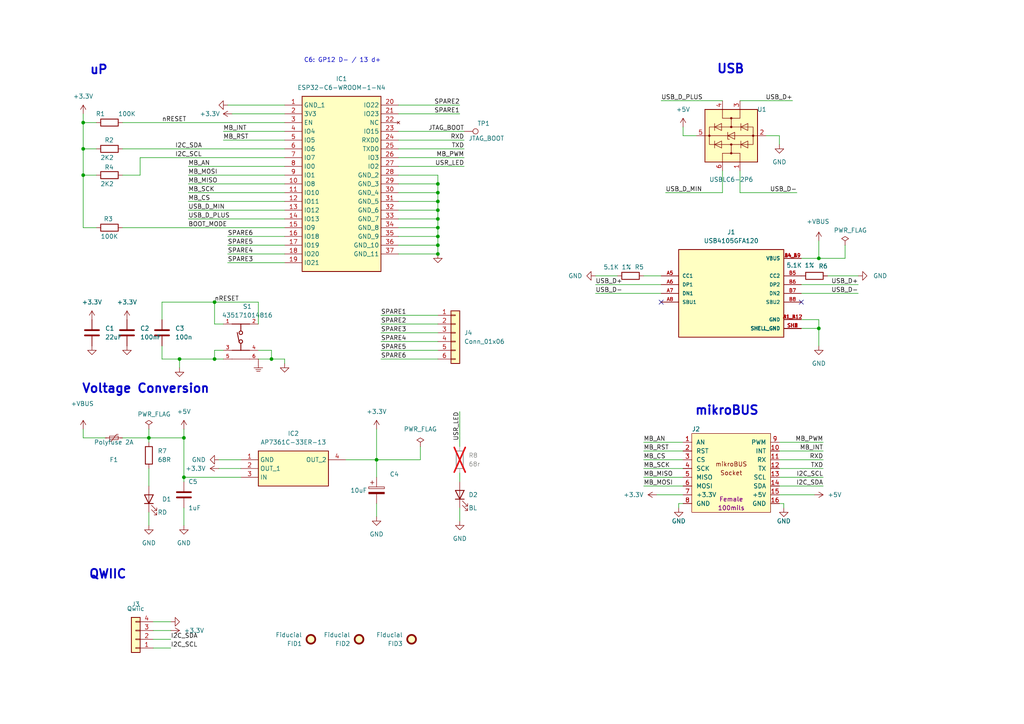
<source format=kicad_sch>
(kicad_sch (version 20231120) (generator "eeschema") (generator_version "8.0")
  (paper "A4")
  (title_block (title "ESP32C6MikroBus") (date "2024-12-08") (rev "v1.0") (company "(C) Tecnova BV"))
  (lib_symbols
    (symbol "+5V_3" (power) (pin_names (offset 0))
      (property "Value" "+5V_3" (at 0 3.556 0))
      (symbol "+5V_3_0_1"
        (polyline (pts (xy -0.762 1.27) (xy 0 2.54)))
        (polyline (pts (xy 0 0) (xy 0 2.54)))
        (polyline (pts (xy 0 2.54) (xy 0.762 1.27)))
      )
      (symbol "+5V_3_1_1"
        (pin power_out line (at 0 0 90) (length 0) hide (name "+5V") (number "1"))
      )
    )
    (symbol "435171014816:435171014816" (pin_names (offset 1.016))
      (property "Reference" "S" (at 0 3.302 0))
      (symbol "435171014816_0_0"
        (circle (center 0 -2.54) (radius 0.508) (stroke (width 0.254)))
        (polyline (pts (xy -2.54 -7.62) (xy 2.54 -7.62)) (stroke (width 0.1524)))
        (polyline (pts (xy -2.54 -5.08) (xy 0 -5.08)) (stroke (width 0.254)))
        (polyline (pts (xy -2.54 2.54) (xy 0 2.54)) (stroke (width 0.254)))
        (polyline (pts (xy -0.47 -2.74) (xy -1.04 0.07)) (stroke (width 0.254)))
        (polyline (pts (xy 0 -5.08) (xy 2.54 -5.08)) (stroke (width 0.254)))
        (polyline (pts (xy 0 -3.175) (xy 0 -5.08)) (stroke (width 0.254)))
        (polyline (pts (xy 0 2.54) (xy 0 0.635)) (stroke (width 0.254)))
        (polyline (pts (xy 0 2.54) (xy 2.54 2.54)) (stroke (width 0.254)))
        (polyline (pts (xy 3.81 -10.16) (xy 5.08 -10.16)) (stroke (width 0.1524)))
        (polyline (pts (xy 4.318 -10.668) (xy 5.842 -10.668)) (stroke (width 0.1524)))
        (polyline (pts (xy 4.572 -11.176) (xy 5.588 -11.176)) (stroke (width 0.1524)))
        (polyline (pts (xy 5.08 -10.16) (xy 6.35 -10.16)) (stroke (width 0.1524)))
        (polyline (pts (xy 5.08 -7.62) (xy 5.08 -10.16)) (stroke (width 0.1524)))
        (circle (center 0 0) (radius 0.508) (stroke (width 0.254)))
        (pin passive line (at -5.08 2.54 0) (length 2.54) (name "~") (number "1"))
        (pin passive line (at 5.08 2.54 180) (length 2.54) (name "~") (number "2"))
        (pin passive line (at -5.08 -5.08 0) (length 2.54) (name "~") (number "3"))
        (pin passive line (at 5.08 -5.08 180) (length 2.54) (name "~") (number "4"))
        (pin passive line (at -5.08 -7.62 0) (length 2.54) (name "~") (number "5"))
        (pin passive line (at 5.08 -7.62 180) (length 2.54) (name "~") (number "6"))
      )
    )
    (symbol "AP7361C-33ER-13:AP7361C-33ER-13"
      (property "Reference" "IC" (at 26.67 7.62 0))
      (property "Value" "AP7361C-33ER-13" (at 26.67 5.08 0))
      (symbol "AP7361C-33ER-13_1_1"
        (rectangle (start 5.08 2.54) (end 25.4 -7.62) (stroke (width 0.254)) (fill (type background)))
        (pin passive line (at 0 0 0) (length 5.08) (name "GND") (number "1"))
        (pin passive line (at 0 -2.54 0) (length 5.08) (name "OUT_1") (number "2"))
        (pin passive line (at 0 -5.08 0) (length 5.08) (name "IN") (number "3"))
        (pin passive line (at 30.48 0 180) (length 5.08) (name "OUT_2") (number "4"))
      )
    )
    (symbol "Connector:TestPoint" (pin_numbers hide) (pin_names (offset 0.762) hide)
      (property "Reference" "TP" (at 0 6.858 0))
      (property "Value" "TestPoint" (at 0 5.08 0))
      (symbol "TestPoint_0_1"
        (circle (center 0 3.302) (radius 0.762))
      )
      (symbol "TestPoint_1_1"
        (pin passive line (at 0 0 90) (length 2.54) (name "1") (number "1"))
      )
    )
    (symbol "Connector_Generic:Conn_01x04" (pin_names (offset 1.016) hide)
      (property "Reference" "J" (at 0 5.08 0))
      (property "Value" "Conn_01x04" (at 0 -7.62 0))
      (symbol "Conn_01x04_1_1"
        (rectangle (start -1.27 -4.953) (end 0 -5.207) (stroke (width 0.1524)))
        (rectangle (start -1.27 -2.413) (end 0 -2.667) (stroke (width 0.1524)))
        (rectangle (start -1.27 0.127) (end 0 -0.127) (stroke (width 0.1524)))
        (rectangle (start -1.27 2.667) (end 0 2.413) (stroke (width 0.1524)))
        (rectangle (start -1.27 3.81) (end 1.27 -6.35) (stroke (width 0.254)) (fill (type background)))
        (pin passive line (at -5.08 2.54 0) (length 3.81) (name "Pin_1") (number "1"))
        (pin passive line (at -5.08 0 0) (length 3.81) (name "Pin_2") (number "2"))
        (pin passive line (at -5.08 -2.54 0) (length 3.81) (name "Pin_3") (number "3"))
        (pin passive line (at -5.08 -5.08 0) (length 3.81) (name "Pin_4") (number "4"))
      )
    )
    (symbol "Connector_Generic:Conn_01x06" (pin_names (offset 1.016) hide)
      (property "Reference" "J" (at 0 7.62 0))
      (property "Value" "Conn_01x06" (at 0 -10.16 0))
      (symbol "Conn_01x06_1_1"
        (rectangle (start -1.27 -7.493) (end 0 -7.747) (stroke (width 0.1524)))
        (rectangle (start -1.27 -4.953) (end 0 -5.207) (stroke (width 0.1524)))
        (rectangle (start -1.27 -2.413) (end 0 -2.667) (stroke (width 0.1524)))
        (rectangle (start -1.27 0.127) (end 0 -0.127) (stroke (width 0.1524)))
        (rectangle (start -1.27 2.667) (end 0 2.413) (stroke (width 0.1524)))
        (rectangle (start -1.27 5.207) (end 0 4.953) (stroke (width 0.1524)))
        (rectangle (start -1.27 6.35) (end 1.27 -8.89) (stroke (width 0.254)) (fill (type background)))
        (pin passive line (at -5.08 5.08 0) (length 3.81) (name "Pin_1") (number "1"))
        (pin passive line (at -5.08 2.54 0) (length 3.81) (name "Pin_2") (number "2"))
        (pin passive line (at -5.08 0 0) (length 3.81) (name "Pin_3") (number "3"))
        (pin passive line (at -5.08 -2.54 0) (length 3.81) (name "Pin_4") (number "4"))
        (pin passive line (at -5.08 -5.08 0) (length 3.81) (name "Pin_5") (number "5"))
        (pin passive line (at -5.08 -7.62 0) (length 3.81) (name "Pin_6") (number "6"))
      )
    )
    (symbol "Device:C" (pin_numbers hide) (pin_names (offset 0.254))
      (property "Reference" "C" (at 0.635 2.54 0))
      (property "Value" "C" (at 0.635 -2.54 0))
      (symbol "C_0_1"
        (polyline (pts (xy -2.032 -0.762) (xy 2.032 -0.762)) (stroke (width 0.508)))
        (polyline (pts (xy -2.032 0.762) (xy 2.032 0.762)) (stroke (width 0.508)))
      )
      (symbol "C_1_1"
        (pin passive line (at 0 3.81 270) (length 2.794) (name "~") (number "1"))
        (pin passive line (at 0 -3.81 90) (length 2.794) (name "~") (number "2"))
      )
    )
    (symbol "Device:C_Polarized" (pin_numbers hide) (pin_names (offset 0.254))
      (property "Reference" "C" (at 0.635 2.54 0))
      (property "Value" "C_Polarized" (at 0.635 -2.54 0))
      (symbol "C_Polarized_0_1"
        (rectangle (start -2.286 0.508) (end 2.286 1.016))
        (polyline (pts (xy -1.778 2.286) (xy -0.762 2.286)))
        (polyline (pts (xy -1.27 2.794) (xy -1.27 1.778)))
        (rectangle (start 2.286 -0.508) (end -2.286 -1.016) (fill (type outline)))
      )
      (symbol "C_Polarized_1_1"
        (pin passive line (at 0 3.81 270) (length 2.794) (name "~") (number "1"))
        (pin passive line (at 0 -3.81 90) (length 2.794) (name "~") (number "2"))
      )
    )
    (symbol "Device:LED" (pin_numbers hide) (pin_names (offset 1.016) hide)
      (property "Reference" "D" (at 0 2.54 0))
      (property "Value" "LED" (at 0 -2.54 0))
      (symbol "LED_0_1"
        (polyline (pts (xy -1.27 -1.27) (xy -1.27 1.27)) (stroke (width 0.254)))
        (polyline (pts (xy -1.27 0) (xy 1.27 0)))
        (polyline (pts (xy 1.27 -1.27) (xy 1.27 1.27) (xy -1.27 0) (xy 1.27 -1.27)) (stroke (width 0.254)))
        (polyline (pts (xy -3.048 -0.762) (xy -4.572 -2.286) (xy -3.81 -2.286) (xy -4.572 -2.286) (xy -4.572 -1.524)))
        (polyline (pts (xy -1.778 -0.762) (xy -3.302 -2.286) (xy -2.54 -2.286) (xy -3.302 -2.286) (xy -3.302 -1.524)))
      )
      (symbol "LED_1_1"
        (pin passive line (at -3.81 0 0) (length 2.54) (name "K") (number "1"))
        (pin passive line (at 3.81 0 180) (length 2.54) (name "A") (number "2"))
      )
    )
    (symbol "Device:Polyfuse_Small" (pin_numbers hide) (pin_names (offset 0))
      (property "Reference" "F" (at -1.905 0 90))
      (property "Value" "Polyfuse_Small" (at 1.905 0 90))
      (symbol "Polyfuse_Small_0_1"
        (rectangle (start -0.508 1.27) (end 0.508 -1.27))
        (polyline (pts (xy 0 2.54) (xy 0 -2.54)))
        (polyline (pts (xy -1.016 1.27) (xy -1.016 0.762) (xy 1.016 -0.762) (xy 1.016 -1.27)))
      )
      (symbol "Polyfuse_Small_1_1"
        (pin passive line (at 0 2.54 270) (length 0.635) (name "~") (number "1"))
        (pin passive line (at 0 -2.54 90) (length 0.635) (name "~") (number "2"))
      )
    )
    (symbol "Device:R" (pin_numbers hide) (pin_names (offset 0))
      (property "Reference" "R" (at 2.032 0 90))
      (property "Value" "R" (at 0 0 90))
      (symbol "R_0_1"
        (rectangle (start -1.016 -2.54) (end 1.016 2.54) (stroke (width 0.254)))
      )
      (symbol "R_1_1"
        (pin passive line (at 0 3.81 270) (length 1.27) (name "~") (number "1"))
        (pin passive line (at 0 -3.81 90) (length 1.27) (name "~") (number "2"))
      )
    )
    (symbol "ESP32C6WROOM:ESP32-C6-WROOM-1-N4"
      (property "Reference" "IC" (at 29.21 7.62 0))
      (property "Value" "ESP32-C6-WROOM-1-N4" (at 29.21 5.08 0))
      (symbol "ESP32-C6-WROOM-1-N4_1_1"
        (rectangle (start 5.08 2.54) (end 27.94 -48.26) (stroke (width 0.254)) (fill (type background)))
        (pin passive line (at 0 0 0) (length 5.08) (name "GND_1") (number "1"))
        (pin passive line (at 0 -22.86 0) (length 5.08) (name "IO8") (number "10"))
        (pin passive line (at 0 -25.4 0) (length 5.08) (name "IO10") (number "11"))
        (pin passive line (at 0 -27.94 0) (length 5.08) (name "IO11") (number "12"))
        (pin passive line (at 0 -30.48 0) (length 5.08) (name "IO12") (number "13"))
        (pin passive line (at 0 -33.02 0) (length 5.08) (name "IO13") (number "14"))
        (pin passive line (at 0 -35.56 0) (length 5.08) (name "IO9") (number "15"))
        (pin passive line (at 0 -38.1 0) (length 5.08) (name "IO18") (number "16"))
        (pin passive line (at 0 -40.64 0) (length 5.08) (name "IO19") (number "17"))
        (pin passive line (at 0 -43.18 0) (length 5.08) (name "IO20") (number "18"))
        (pin passive line (at 0 -45.72 0) (length 5.08) (name "IO21") (number "19"))
        (pin passive line (at 0 -2.54 0) (length 5.08) (name "3V3") (number "2"))
        (pin passive line (at 33.02 0 180) (length 5.08) (name "IO22") (number "20"))
        (pin passive line (at 33.02 -2.54 180) (length 5.08) (name "IO23") (number "21"))
        (pin no_connect line (at 33.02 -5.08 180) (length 5.08) (name "NC") (number "22"))
        (pin passive line (at 33.02 -7.62 180) (length 5.08) (name "IO15") (number "23"))
        (pin passive line (at 33.02 -10.16 180) (length 5.08) (name "RXD0") (number "24"))
        (pin passive line (at 33.02 -12.7 180) (length 5.08) (name "TXD0") (number "25"))
        (pin passive line (at 33.02 -15.24 180) (length 5.08) (name "IO3") (number "26"))
        (pin passive line (at 33.02 -17.78 180) (length 5.08) (name "IO2") (number "27"))
        (pin passive line (at 33.02 -20.32 180) (length 5.08) (name "GND_2") (number "28"))
        (pin passive line (at 33.02 -22.86 180) (length 5.08) (name "GND_3") (number "29"))
        (pin passive line (at 0 -5.08 0) (length 5.08) (name "EN") (number "3"))
        (pin passive line (at 33.02 -25.4 180) (length 5.08) (name "GND_4") (number "30"))
        (pin passive line (at 33.02 -27.94 180) (length 5.08) (name "GND_5") (number "31"))
        (pin passive line (at 33.02 -30.48 180) (length 5.08) (name "GND_6") (number "32"))
        (pin passive line (at 33.02 -33.02 180) (length 5.08) (name "GND_7") (number "33"))
        (pin passive line (at 33.02 -35.56 180) (length 5.08) (name "GND_8") (number "34"))
        (pin passive line (at 33.02 -38.1 180) (length 5.08) (name "GND_9") (number "35"))
        (pin passive line (at 33.02 -40.64 180) (length 5.08) (name "GND_10") (number "36"))
        (pin passive line (at 33.02 -43.18 180) (length 5.08) (name "GND_11") (number "37"))
        (pin passive line (at 0 -7.62 0) (length 5.08) (name "IO4") (number "4"))
        (pin passive line (at 0 -10.16 0) (length 5.08) (name "IO5") (number "5"))
        (pin passive line (at 0 -12.7 0) (length 5.08) (name "IO6") (number "6"))
        (pin passive line (at 0 -15.24 0) (length 5.08) (name "IO7") (number "7"))
        (pin passive line (at 0 -17.78 0) (length 5.08) (name "IO0") (number "8"))
        (pin passive line (at 0 -20.32 0) (length 5.08) (name "IO1") (number "9"))
      )
    )
    (symbol "Mechanical:Fiducial"
      (property "Reference" "FID" (at 0 5.08 0))
      (property "Value" "Fiducial" (at 0 3.175 0))
      (symbol "Fiducial_0_1"
        (circle (center 0 0) (radius 1.27) (stroke (width 0.508)) (fill (type background)))
      )
    )
    (symbol "Power_Protection:USBLC6-2P6" (pin_names hide)
      (property "Reference" "U" (at 2.54 8.89 0))
      (property "Value" "USBLC6-2P6" (at 2.54 -8.89 0))
      (symbol "USBLC6-2P6_0_1"
        (rectangle (start -7.62 -7.62) (end 7.62 7.62) (stroke (width 0.254)) (fill (type background)))
        (circle (center -5.08 0) (radius 0.254) (fill (type outline)))
        (circle (center -2.54 0) (radius 0.254) (fill (type outline)))
        (rectangle (start -2.54 6.35) (end 2.54 -6.35))
        (circle (center 0 -6.35) (radius 0.254) (fill (type outline)))
        (polyline (pts (xy -5.08 -2.54) (xy -7.62 -2.54)))
        (polyline (pts (xy -5.08 0) (xy -5.08 -2.54)))
        (polyline (pts (xy -5.08 2.54) (xy -7.62 2.54)))
        (polyline (pts (xy -1.524 -2.794) (xy -3.556 -2.794)))
        (polyline (pts (xy -1.524 4.826) (xy -3.556 4.826)))
        (polyline (pts (xy 0 -7.62) (xy 0 -6.35)))
        (polyline (pts (xy 0 -6.35) (xy 0 1.27)))
        (polyline (pts (xy 0 1.27) (xy 0 6.35)))
        (polyline (pts (xy 0 6.35) (xy 0 7.62)))
        (polyline (pts (xy 1.524 -2.794) (xy 3.556 -2.794)))
        (polyline (pts (xy 1.524 4.826) (xy 3.556 4.826)))
        (polyline (pts (xy 5.08 -2.54) (xy 7.62 -2.54)))
        (polyline (pts (xy 5.08 0) (xy 5.08 -2.54)))
        (polyline (pts (xy 5.08 2.54) (xy 7.62 2.54)))
        (polyline (pts (xy -2.54 0) (xy -5.08 0) (xy -5.08 2.54)))
        (polyline (pts (xy 2.54 0) (xy 5.08 0) (xy 5.08 2.54)))
        (polyline (pts (xy -3.556 -4.826) (xy -1.524 -4.826) (xy -2.54 -2.794) (xy -3.556 -4.826)))
        (polyline (pts (xy -3.556 2.794) (xy -1.524 2.794) (xy -2.54 4.826) (xy -3.556 2.794)))
        (polyline (pts (xy -1.016 -1.016) (xy 1.016 -1.016) (xy 0 1.016) (xy -1.016 -1.016)))
        (polyline (pts (xy 1.016 1.016) (xy 0.762 1.016) (xy -1.016 1.016) (xy -1.016 0.508)))
        (polyline (pts (xy 3.556 -4.826) (xy 1.524 -4.826) (xy 2.54 -2.794) (xy 3.556 -4.826)))
        (polyline (pts (xy 3.556 2.794) (xy 1.524 2.794) (xy 2.54 4.826) (xy 3.556 2.794)))
        (circle (center 0 6.35) (radius 0.254) (fill (type outline)))
        (circle (center 2.54 0) (radius 0.254) (fill (type outline)))
        (circle (center 5.08 0) (radius 0.254) (fill (type outline)))
      )
      (symbol "USBLC6-2P6_1_1"
        (pin passive line (at -10.16 -2.54 0) (length 2.54) (name "I/O1") (number "1"))
        (pin passive line (at 0 -10.16 90) (length 2.54) (name "GND") (number "2"))
        (pin passive line (at 10.16 -2.54 180) (length 2.54) (name "I/O2") (number "3"))
        (pin passive line (at 10.16 2.54 180) (length 2.54) (name "I/O2") (number "4"))
        (pin passive line (at 0 10.16 270) (length 2.54) (name "VBUS") (number "5"))
        (pin passive line (at -10.16 2.54 0) (length 2.54) (name "I/O1") (number "6"))
      )
    )
    (symbol "USB4105GFA120:USB4105GFA120" (pin_names (offset 1.016))
      (property "Reference" "J" (at -15.24 13.97 0))
      (property "Value" "USB4105GFA120" (at -15.24 -15.24 0))
      (symbol "USB4105GFA120_0_0"
        (rectangle (start -15.24 -12.7) (end 15.24 12.7) (stroke (width 0.254)) (fill (type background)))
        (pin power_in line (at 20.32 -7.62 180) (length 5.08) (name "GND") (number "A1_B12"))
        (pin power_in line (at 20.32 10.16 180) (length 5.08) (name "VBUS") (number "A4_B9"))
        (pin bidirectional line (at -20.32 5.08 0) (length 5.08) (name "CC1") (number "A5"))
        (pin bidirectional line (at -20.32 2.54 0) (length 5.08) (name "DP1") (number "A6"))
        (pin bidirectional line (at -20.32 0 0) (length 5.08) (name "DN1") (number "A7"))
        (pin bidirectional line (at -20.32 -2.54 0) (length 5.08) (name "SBU1") (number "A8"))
        (pin power_in line (at 20.32 -7.62 180) (length 5.08) (name "GND") (number "B1_A12"))
        (pin power_in line (at 20.32 10.16 180) (length 5.08) (name "VBUS") (number "B4_A9"))
        (pin bidirectional line (at 20.32 5.08 180) (length 5.08) (name "CC2") (number "B5"))
        (pin bidirectional line (at 20.32 2.54 180) (length 5.08) (name "DP2") (number "B6"))
        (pin bidirectional line (at 20.32 0 180) (length 5.08) (name "DN2") (number "B7"))
        (pin bidirectional line (at 20.32 -2.54 180) (length 5.08) (name "SBU2") (number "B8"))
        (pin power_in line (at 20.32 -10.16 180) (length 5.08) (name "SHELL_GND") (number "SH1"))
        (pin power_in line (at 20.32 -10.16 180) (length 5.08) (name "SHELL_GND") (number "SH2"))
        (pin power_in line (at 20.32 -10.16 180) (length 5.08) (name "SHELL_GND") (number "SH3"))
        (pin power_in line (at 20.32 -10.16 180) (length 5.08) (name "SHELL_GND") (number "SH4"))
      )
    )
    (symbol "connaxio-connectors:CON_HDR_MIKROBUS_SOCKET_TH" (pin_names (offset 1.27))
      (property "Reference" "J2" (at 0 1.27 0))
      (property "Property" "100mils" (at 11.43 -21.59 0))
      (property "Note" "Female" (at 11.43 -19.05 0))
      (symbol "CON_HDR_MIKROBUS_SOCKET_TH_0_0"
        (text "mikroBUS" (at 11.43 -8.89 0) (effects (font (size 1.27 1.27))))
        (text "Socket" (at 11.43 -11.43 0) (effects (font (size 1.27 1.27))))
      )
      (symbol "CON_HDR_MIKROBUS_SOCKET_TH_0_1"
        (rectangle (start 0 0) (end 22.86 -22.86) (fill (type background)))
      )
      (symbol "CON_HDR_MIKROBUS_SOCKET_TH_1_1"
        (pin passive line (at -2.54 -2.54 0) (length 2.54) (name "AN") (number "1"))
        (pin passive line (at 25.4 -5.08 180) (length 2.54) (name "INT") (number "10"))
        (pin passive line (at 25.4 -7.62 180) (length 2.54) (name "RX") (number "11"))
        (pin passive line (at 25.4 -10.16 180) (length 2.54) (name "TX") (number "12"))
        (pin passive line (at 25.4 -12.7 180) (length 2.54) (name "SCL") (number "13"))
        (pin passive line (at 25.4 -15.24 180) (length 2.54) (name "SDA") (number "14"))
        (pin power_in line (at 25.4 -17.78 180) (length 2.54) (name "+5V") (number "15"))
        (pin passive line (at 25.4 -20.32 180) (length 2.54) (name "GND") (number "16"))
        (pin passive line (at -2.54 -5.08 0) (length 2.54) (name "RST") (number "2"))
        (pin passive line (at -2.54 -7.62 0) (length 2.54) (name "CS") (number "3"))
        (pin passive line (at -2.54 -10.16 0) (length 2.54) (name "SCK") (number "4"))
        (pin passive line (at -2.54 -12.7 0) (length 2.54) (name "MISO") (number "5"))
        (pin passive line (at -2.54 -15.24 0) (length 2.54) (name "MOSI") (number "6"))
        (pin power_in line (at -2.54 -17.78 0) (length 2.54) (name "+3.3V") (number "7"))
        (pin passive line (at -2.54 -20.32 0) (length 2.54) (name "GND") (number "8"))
        (pin passive line (at 25.4 -2.54 180) (length 2.54) (name "PWM") (number "9"))
      )
    )
    (symbol "power:+3.3V" (power) (pin_names (offset 0))
      (property "Value" "+3.3V" (at 0 3.556 0))
      (symbol "+3.3V_0_1"
        (polyline (pts (xy -0.762 1.27) (xy 0 2.54)))
        (polyline (pts (xy 0 0) (xy 0 2.54)))
        (polyline (pts (xy 0 2.54) (xy 0.762 1.27)))
      )
      (symbol "+3.3V_1_1"
        (pin power_in line (at 0 0 90) (length 0) hide (name "+3.3V") (number "1"))
      )
    )
    (symbol "power:+5V" (power) (pin_numbers hide) (pin_names (offset 0) hide)
      (property "Value" "+5V" (at 0 3.556 0))
      (symbol "+5V_0_1"
        (polyline (pts (xy -0.762 1.27) (xy 0 2.54)))
        (polyline (pts (xy 0 0) (xy 0 2.54)))
        (polyline (pts (xy 0 2.54) (xy 0.762 1.27)))
      )
      (symbol "+5V_1_1"
        (pin power_in line (at 0 0 90) (length 0) (name "~") (number "1"))
      )
    )
    (symbol "power:GND" (power) (pin_names (offset 0))
      (property "Value" "GND" (at 0 -3.81 0))
      (symbol "GND_0_1"
        (polyline (pts (xy 0 0) (xy 0 -1.27) (xy 1.27 -1.27) (xy 0 -2.54) (xy -1.27 -1.27) (xy 0 -1.27)))
      )
      (symbol "GND_1_1"
        (pin power_in line (at 0 0 270) (length 0) hide (name "GND") (number "1"))
      )
    )
    (symbol "power:PWR_FLAG" (power) (pin_numbers hide) (pin_names (offset 0) hide)
      (property "Value" "PWR_FLAG" (at 0 3.81 0))
      (symbol "PWR_FLAG_0_0"
        (pin power_out line (at 0 0 90) (length 0) (name "pwr") (number "1"))
      )
      (symbol "PWR_FLAG_0_1"
        (polyline (pts (xy 0 0) (xy 0 1.27) (xy -1.016 1.905) (xy 0 2.54) (xy 1.016 1.905) (xy 0 1.27)))
      )
    )
  )
  (junction (at 127 66.04))
  (junction (at 127 73.66))
  (junction (at 78.74 104.14))
  (junction (at 127 55.88))
  (junction (at 24.13 50.8))
  (junction (at 52.07 104.14))
  (junction (at 127 53.34))
  (junction (at 127 68.58))
  (junction (at 62.23 87.63))
  (junction (at 237.49 95.25))
  (junction (at 62.23 104.14))
  (junction (at 43.18 127))
  (junction (at 53.34 127))
  (junction (at 109.22 133.35))
  (junction (at 24.13 43.18))
  (junction (at 127 63.5))
  (junction (at 127 58.42))
  (junction (at 24.13 35.56))
  (junction (at 237.49 74.93))
  (junction (at 53.34 138.43))
  (junction (at 127 60.96))
  (junction (at 127 71.12))
  (no_connect (at 191.77 87.63))
  (no_connect (at 232.41 87.63))
  (wire (pts (xy 222.25 39.37) (xy 226.06 39.37)))
  (wire (pts (xy 24.13 35.56) (xy 24.13 43.18)))
  (wire (pts (xy 78.74 104.14) (xy 74.93 104.14)))
  (wire (pts (xy 127 66.04) (xy 127 68.58)))
  (wire (pts (xy 133.35 147.32) (xy 133.35 151.13)))
  (wire (pts (xy 115.57 45.72) (xy 134.62 45.72)))
  (wire (pts (xy 69.85 138.43) (xy 53.34 138.43)))
  (wire (pts (xy 40.64 45.72) (xy 82.55 45.72)))
  (wire (pts (xy 245.11 74.93) (xy 237.49 74.93)))
  (wire (pts (xy 232.41 92.71) (xy 237.49 92.71)))
  (wire (pts (xy 43.18 124.46) (xy 43.18 127)))
  (wire (pts (xy 115.57 55.88) (xy 127 55.88)))
  (wire (pts (xy 82.55 104.14) (xy 82.55 105.41)))
  (wire (pts (xy 115.57 33.02) (xy 133.35 33.02)))
  (wire (pts (xy 62.23 104.14) (xy 64.77 104.14)))
  (wire (pts (xy 226.06 146.05) (xy 227.33 146.05)))
  (wire (pts (xy 54.61 50.8) (xy 82.55 50.8)))
  (wire (pts (xy 227.33 146.05) (xy 227.33 147.32)))
  (wire (pts (xy 115.57 30.48) (xy 133.35 30.48)))
  (wire (pts (xy 52.07 104.14) (xy 52.07 106.68)))
  (wire (pts (xy 186.69 140.97) (xy 198.12 140.97)))
  (wire (pts (xy 226.06 140.97) (xy 238.76 140.97)))
  (wire (pts (xy 110.49 91.44) (xy 127 91.44)))
  (wire (pts (xy 226.06 135.89) (xy 238.76 135.89)))
  (wire (pts (xy 115.57 71.12) (xy 127 71.12)))
  (wire (pts (xy 186.69 128.27) (xy 198.12 128.27)))
  (wire (pts (xy 115.57 50.8) (xy 127 50.8)))
  (wire (pts (xy 109.22 146.05) (xy 109.22 149.86)))
  (wire (pts (xy 127 60.96) (xy 127 63.5)))
  (wire (pts (xy 110.49 96.52) (xy 127 96.52)))
  (wire (pts (xy 67.31 33.02) (xy 82.55 33.02)))
  (wire (pts (xy 54.61 53.34) (xy 82.55 53.34)))
  (wire (pts (xy 186.69 130.81) (xy 198.12 130.81)))
  (wire (pts (xy 52.07 104.14) (xy 62.23 104.14)))
  (wire (pts (xy 196.85 147.32) (xy 196.85 146.05)))
  (wire (pts (xy 27.94 50.8) (xy 24.13 50.8)))
  (wire (pts (xy 64.77 40.64) (xy 82.55 40.64)))
  (wire (pts (xy 226.06 133.35) (xy 238.76 133.35)))
  (wire (pts (xy 110.49 99.06) (xy 127 99.06)))
  (wire (pts (xy 27.94 35.56) (xy 24.13 35.56)))
  (wire (pts (xy 43.18 127) (xy 53.34 127)))
  (wire (pts (xy 62.23 87.63) (xy 62.23 93.98)))
  (wire (pts (xy 186.69 138.43) (xy 198.12 138.43)))
  (wire (pts (xy 35.56 43.18) (xy 82.55 43.18)))
  (wire (pts (xy 191.77 29.21) (xy 209.55 29.21)))
  (wire (pts (xy 190.5 143.51) (xy 198.12 143.51)))
  (wire (pts (xy 133.35 119.38) (xy 133.35 129.54)))
  (wire (pts (xy 66.04 68.58) (xy 82.55 68.58)))
  (wire (pts (xy 78.74 101.6) (xy 74.93 101.6)))
  (wire (pts (xy 232.41 85.09) (xy 248.92 85.09)))
  (wire (pts (xy 66.04 73.66) (xy 82.55 73.66)))
  (wire (pts (xy 63.5 135.89) (xy 69.85 135.89)))
  (wire (pts (xy 35.56 66.04) (xy 82.55 66.04)))
  (wire (pts (xy 53.34 127) (xy 53.34 138.43)))
  (wire (pts (xy 232.41 95.25) (xy 237.49 95.25)))
  (wire (pts (xy 109.22 124.46) (xy 109.22 133.35)))
  (wire (pts (xy 46.99 92.71) (xy 46.99 87.63)))
  (wire (pts (xy 115.57 40.64) (xy 134.62 40.64)))
  (wire (pts (xy 214.63 55.88) (xy 214.63 49.53)))
  (wire (pts (xy 127 63.5) (xy 127 66.04)))
  (wire (pts (xy 43.18 135.89) (xy 43.18 140.97)))
  (wire (pts (xy 109.22 133.35) (xy 109.22 138.43)))
  (wire (pts (xy 35.56 127) (xy 43.18 127)))
  (wire (pts (xy 115.57 43.18) (xy 134.62 43.18)))
  (wire (pts (xy 43.18 148.59) (xy 43.18 152.4)))
  (wire (pts (xy 54.61 58.42) (xy 82.55 58.42)))
  (wire (pts (xy 237.49 74.93) (xy 237.49 69.85)))
  (wire (pts (xy 53.34 138.43) (xy 53.34 139.7)))
  (wire (pts (xy 78.74 101.6) (xy 78.74 104.14)))
  (wire (pts (xy 226.06 138.43) (xy 238.76 138.43)))
  (wire (pts (xy 62.23 101.6) (xy 64.77 101.6)))
  (wire (pts (xy 54.61 55.88) (xy 82.55 55.88)))
  (wire (pts (xy 226.06 128.27) (xy 238.76 128.27)))
  (wire (pts (xy 245.11 71.12) (xy 245.11 74.93)))
  (wire (pts (xy 214.63 29.21) (xy 229.87 29.21)))
  (wire (pts (xy 237.49 95.25) (xy 237.49 100.33)))
  (wire (pts (xy 44.45 185.42) (xy 49.53 185.42)))
  (wire (pts (xy 46.99 100.33) (xy 46.99 104.14)))
  (wire (pts (xy 172.72 85.09) (xy 191.77 85.09)))
  (wire (pts (xy 115.57 73.66) (xy 127 73.66)))
  (wire (pts (xy 127 50.8) (xy 127 53.34)))
  (wire (pts (xy 53.34 124.46) (xy 53.34 127)))
  (wire (pts (xy 66.04 30.48) (xy 82.55 30.48)))
  (wire (pts (xy 133.35 137.16) (xy 133.35 139.7)))
  (wire (pts (xy 66.04 76.2) (xy 82.55 76.2)))
  (wire (pts (xy 110.49 101.6) (xy 127 101.6)))
  (wire (pts (xy 74.93 93.98) (xy 74.93 87.63)))
  (wire (pts (xy 121.92 129.54) (xy 121.92 133.35)))
  (wire (pts (xy 24.13 127) (xy 24.13 124.46)))
  (wire (pts (xy 127 55.88) (xy 127 58.42)))
  (wire (pts (xy 24.13 33.02) (xy 24.13 35.56)))
  (wire (pts (xy 54.61 60.96) (xy 82.55 60.96)))
  (wire (pts (xy 110.49 93.98) (xy 127 93.98)))
  (wire (pts (xy 46.99 104.14) (xy 52.07 104.14)))
  (wire (pts (xy 226.06 130.81) (xy 238.76 130.81)))
  (wire (pts (xy 127 68.58) (xy 127 71.12)))
  (wire (pts (xy 115.57 38.1) (xy 134.62 38.1)))
  (wire (pts (xy 44.45 187.96) (xy 49.53 187.96)))
  (wire (pts (xy 53.34 147.32) (xy 53.34 152.4)))
  (wire (pts (xy 193.04 55.88) (xy 209.55 55.88)))
  (wire (pts (xy 115.57 53.34) (xy 127 53.34)))
  (wire (pts (xy 74.93 87.63) (xy 62.23 87.63)))
  (wire (pts (xy 237.49 92.71) (xy 237.49 95.25)))
  (wire (pts (xy 186.69 135.89) (xy 198.12 135.89)))
  (wire (pts (xy 115.57 48.26) (xy 134.62 48.26)))
  (wire (pts (xy 24.13 50.8) (xy 24.13 66.04)))
  (wire (pts (xy 115.57 68.58) (xy 127 68.58)))
  (wire (pts (xy 172.72 82.55) (xy 191.77 82.55)))
  (wire (pts (xy 231.14 55.88) (xy 214.63 55.88)))
  (wire (pts (xy 43.18 127) (xy 43.18 128.27)))
  (wire (pts (xy 24.13 43.18) (xy 24.13 50.8)))
  (wire (pts (xy 248.92 80.01) (xy 240.03 80.01)))
  (wire (pts (xy 198.12 36.83) (xy 198.12 39.37)))
  (wire (pts (xy 30.48 127) (xy 24.13 127)))
  (wire (pts (xy 127 53.34) (xy 127 55.88)))
  (wire (pts (xy 54.61 48.26) (xy 82.55 48.26)))
  (wire (pts (xy 44.45 182.88) (xy 49.53 182.88)))
  (wire (pts (xy 46.99 87.63) (xy 62.23 87.63)))
  (wire (pts (xy 64.77 38.1) (xy 82.55 38.1)))
  (wire (pts (xy 115.57 63.5) (xy 127 63.5)))
  (wire (pts (xy 40.64 45.72) (xy 40.64 50.8)))
  (wire (pts (xy 209.55 49.53) (xy 209.55 55.88)))
  (wire (pts (xy 78.74 104.14) (xy 82.55 104.14)))
  (wire (pts (xy 24.13 66.04) (xy 27.94 66.04)))
  (wire (pts (xy 226.06 39.37) (xy 226.06 41.91)))
  (wire (pts (xy 62.23 93.98) (xy 64.77 93.98)))
  (wire (pts (xy 27.94 43.18) (xy 24.13 43.18)))
  (wire (pts (xy 232.41 82.55) (xy 248.92 82.55)))
  (wire (pts (xy 115.57 66.04) (xy 127 66.04)))
  (wire (pts (xy 63.5 133.35) (xy 69.85 133.35)))
  (wire (pts (xy 196.85 146.05) (xy 198.12 146.05)))
  (wire (pts (xy 127 58.42) (xy 127 60.96)))
  (wire (pts (xy 62.23 101.6) (xy 62.23 104.14)))
  (wire (pts (xy 186.69 133.35) (xy 198.12 133.35)))
  (wire (pts (xy 115.57 58.42) (xy 127 58.42)))
  (wire (pts (xy 127 71.12) (xy 127 73.66)))
  (wire (pts (xy 40.64 50.8) (xy 35.56 50.8)))
  (wire (pts (xy 44.45 180.34) (xy 49.53 180.34)))
  (wire (pts (xy 100.33 133.35) (xy 109.22 133.35)))
  (wire (pts (xy 232.41 74.93) (xy 237.49 74.93)))
  (wire (pts (xy 172.72 80.01) (xy 179.07 80.01)))
  (wire (pts (xy 54.61 63.5) (xy 82.55 63.5)))
  (wire (pts (xy 115.57 60.96) (xy 127 60.96)))
  (wire (pts (xy 198.12 39.37) (xy 201.93 39.37)))
  (wire (pts (xy 226.06 143.51) (xy 236.22 143.51)))
  (wire (pts (xy 35.56 35.56) (xy 82.55 35.56)))
  (wire (pts (xy 109.22 133.35) (xy 121.92 133.35)))
  (wire (pts (xy 110.49 104.14) (xy 127 104.14)))
  (wire (pts (xy 66.04 71.12) (xy 82.55 71.12)))
  (wire (pts (xy 186.69 80.01) (xy 191.77 80.01)))
  (text "uP" (at 25.908 21.844 0) (effects (font (size 2.54 2.54) (thickness 0.508) (bold yes)) (justify left bottom)))
  (text "mikroBUS" (at 201.422 120.65 0) (effects (font (size 2.54 2.54) (thickness 0.508) (bold yes)) (justify left bottom)))
  (text "QWIIC" (at 25.654 168.148 0) (effects (font (size 2.54 2.54) (thickness 0.508) (bold yes)) (justify left bottom)))
  (text "Voltage Conversion" (at 23.622 114.3 0) (effects (font (size 2.54 2.54) (thickness 0.508) (bold yes)) (justify left bottom)))
  (text "mtms (IO4)/mtdi(IO5) zijn strapping pins en bepalen jtag mode (n/a)\n\n" (at 71.374 -8.636 0) (effects (font (size 1.27 1.27)) (justify left bottom)))
  (text "USB\n" (at 207.772 21.59 0) (effects (font (size 2.54 2.54) (thickness 0.508) (bold yes)) (justify left bottom)))
  (text "gpio9 laag trekken is USB boot\n" (at 71.12 -14.478 0) (effects (font (size 1.27 1.27)) (justify left bottom)))
  (text "C6: GP12 D- / 13 d+" (at 88.138 18.288 0) (effects (font (size 1.27 1.27)) (justify left bottom)))
  (label "SPARE5" (at 110.49 101.6 0))
  (label "JTAG_BOOT" (at 134.62 38.1 180))
  (label "SPARE4" (at 66.04 73.66 0))
  (label "SPARE3" (at 66.04 76.2 0))
  (label "I2C_SCL" (at 50.8 45.72 0))
  (label "I2C_SDA" (at 49.53 185.42 0))
  (label "SPARE6" (at 66.04 68.58 0))
  (label "TXD" (at 134.62 43.18 180))
  (label "RXD" (at 238.76 133.35 180))
  (label "nRESET" (at 46.99 35.56 0))
  (label "USB_D+" (at 172.72 82.55 0))
  (label "USB_D_MIN" (at 193.04 55.88 0))
  (label "SPARE6" (at 110.49 104.14 0))
  (label "I2C_SDA" (at 50.8 43.18 0))
  (label "MB_INT" (at 64.77 38.1 0))
  (label "MB_AN" (at 186.69 128.27 0))
  (label "USB_D+" (at 229.87 29.21 180))
  (label "MB_PWM" (at 134.62 45.72 180))
  (label "USB_D_PLUS" (at 54.61 63.5 0))
  (label "USB_D_MIN" (at 54.61 60.96 0))
  (label "SPARE1" (at 110.49 91.44 0))
  (label "USR_LED" (at 134.62 48.26 180))
  (label "SPARE3" (at 110.49 96.52 0))
  (label "MB_PWM" (at 238.76 128.27 180))
  (label "SPARE2" (at 110.49 93.98 0))
  (label "SPARE4" (at 110.49 99.06 0))
  (label "MB_INT" (at 238.76 130.81 180))
  (label "MB_RST" (at 64.77 40.64 0))
  (label "USB_D-" (at 248.92 85.09 180))
  (label "USB_D_PLUS" (at 191.77 29.21 0))
  (label "I2C_SCL" (at 238.76 138.43 180))
  (label "nRESET" (at 62.23 87.63 0))
  (label "USR_LED" (at 133.35 119.38 270))
  (label "MB_RST" (at 186.69 130.81 0))
  (label "MB_MISO" (at 54.61 53.34 0))
  (label "RXD" (at 134.62 40.64 180))
  (label "I2C_SDA" (at 238.76 140.97 180))
  (label "MB_MOSI" (at 186.69 140.97 0))
  (label "USB_D+" (at 248.92 82.55 180))
  (label "USB_D-" (at 172.72 85.09 0))
  (label "SPARE5" (at 66.04 71.12 0))
  (label "MB_MISO" (at 186.69 138.43 0))
  (label "MB_MOSI" (at 54.61 50.8 0))
  (label "MB_AN" (at 54.61 48.26 0))
  (label "SPARE2" (at 133.35 30.48 180))
  (label "BOOT_MODE" (at 54.61 66.04 0))
  (label "MB_CS" (at 54.61 58.42 0))
  (label "MB_SCK" (at 186.69 135.89 0))
  (label "I2C_SCL" (at 49.53 187.96 0))
  (label "MB_SCK" (at 54.61 55.88 0))
  (label "TXD" (at 238.76 135.89 180))
  (label "MB_CS" (at 186.69 133.35 0))
  (label "USB_D-" (at 231.14 55.88 180))
  (label "SPARE1" (at 133.35 33.02 180))
  (symbol (lib_id "power:GND") (at 49.53 180.34 90) (unit 1)
    (property "Reference" "#PWR032" (effects (hide yes)))
    (property "Value" "GND" (effects (hide yes)))
  )
  (symbol (lib_id "power:GND") (at 226.06 41.91 0) (unit 1)
    (property "Reference" "#PWR06" (effects (hide yes)))
    (property "Value" "GND" (at 226.06 46.99 0))
  )
  (symbol (lib_id "power:GND") (at 43.18 152.4 0) (unit 1)
    (property "Reference" "#PWR025" (effects (hide yes)))
    (property "Value" "GND" (at 43.18 157.48 0))
  )
  (symbol (lib_id "power:GND") (at 63.5 133.35 270) (unit 1)
    (property "Reference" "#PWR022" (effects (hide yes)))
    (property "Value" "GND" (at 59.69 133.3499 90) (effects (justify right)))
  )
  (symbol (lib_id "power:GND") (at 196.85 147.32 0) (unit 1)
    (property "Reference" "#PWR030" (effects (hide yes)))
    (property "Value" "GND" (at 196.85 151.13 0))
  )
  (symbol (lib_id "Device:Polyfuse_Small") (at 33.02 127 270) (unit 1)
    (property "Reference" "F1" (at 33.02 133.35 90))
    (property "Value" "Polyfuse 2A" (at 33.02 128.27 90))
    (property "Footprint" "0ZCJ0100FF2E:FUSC3216X100N" (effects (hide yes)))
  )
  (symbol (lib_id "power:GND") (at 237.49 100.33 0) (unit 1)
    (property "Reference" "#PWR016" (effects (hide yes)))
    (property "Value" "GND" (at 237.49 105.41 0))
  )
  (symbol (lib_id "ESP32C6WROOM:ESP32-C6-WROOM-1-N4") (at 82.55 30.48 0) (unit 1)
    (property "Reference" "IC1" (at 99.06 22.86 0))
    (property "Value" "ESP32-C6-WROOM-1-N4" (at 99.06 25.4 0))
    (property "Footprint" "ESP32C6WROOM:ESP32C6WROOM1N4" (effects (hide yes)))
    (property "Datasheet" "https://www.espressif.com/sites/default/files/documentation/esp32-c6-wroom-1_wroom-1u_datasheet_en.pdf" (effects (hide yes)))
    (property "Description" "802.15.4, Bluetooth, WiFi Bluetooth v5.0, Zigbee Transceiver Module 2.4GHz PCB Trace Surface Mount" (effects (hide yes)))
    (property "Height" "3.25" (effects (hide yes)))
    (property "Mouser Part Number" "356-ESP32C6WROOM1N4" (effects (hide yes)))
    (property "Mouser Price/Stock" "https://www.mouser.co.uk/ProductDetail/Espressif-Systems/ESP32-C6-WROOM-1-N4?qs=8Wlm6%252BaMh8R1JRAtXlt87w%3D%3D" (effects (hide yes)))
    (property "Manufacturer_Name" "Espressif Systems" (effects (hide yes)))
    (property "Manufacturer_Part_Number" "ESP32-C6-WROOM-1-N4" (effects (hide yes)))
  )
  (symbol (lib_id "power:GND") (at 172.72 80.01 270) (unit 1)
    (property "Reference" "#PWR09" (effects (hide yes)))
    (property "Value" "GND" (at 168.91 80.0099 90) (effects (justify right)))
  )
  (symbol (lib_id "Device:C_Polarized") (at 109.22 142.24 0) (unit 1)
    (property "Reference" "C4" (at 113.03 137.541 0) (effects (justify left)))
    (property "Value" "10uF" (at 101.6 142.24 0) (effects (justify left)))
    (property "Footprint" "Capacitor_SMD:C_0603_1608Metric" (effects (hide yes)))
  )
  (symbol (lib_id "USB4105GFA120:USB4105GFA120") (at 212.09 85.09 0) (unit 1)
    (property "Reference" "J1" (at 212.09 67.31 0))
    (property "Value" "USB4105GFA120" (at 212.09 69.85 0))
    (property "Footprint" "USB4105GFA120:GCT_USB4105GFA120" (effects (hide yes)))
    (property "MF" "Global Connector Technology" (effects (hide yes)))
    (property "MAXIMUM_PACKAGE_HEIGHT" "3.31mm" (effects (hide yes)))
    (property "Package" "None" (effects (hide yes)))
    (property "Price" "None" (effects (hide yes)))
    (property "Check_prices" "https://www.snapeda.com/parts/USB4105GFA120/Global+Connector+Technology/view-part/?ref=eda" (effects (hide yes)))
    (property "STANDARD" "Manufacturer Recommendations" (effects (hide yes)))
    (property "PARTREV" "B3" (effects (hide yes)))
    (property "SnapEDA_Link" "https://www.snapeda.com/parts/USB4105GFA120/Global+Connector+Technology/view-part/?ref=snap" (effects (hide yes)))
    (property "MP" "USB4105GFA120" (effects (hide yes)))
    (property "Description_1" "\nUSB CONN, 2.0 TYPE C, RCPT, 16POS, SMT; USB Connector Type:USB Type C; USB Standard:USB 2.0; Gender:Receptacle; No. of Positions:16Positions; Connector Mounting:Surface Mount, Through Hole Mount; Orientation:Right Angle RoHS Compliant: Yes\n" (effects (hide yes)))
    (property "Availability" "Not in stock" (effects (hide yes)))
    (property "MANUFACTURER" "Global Connector Technology" (effects (hide yes)))
  )
  (symbol (lib_id "power:+3.3V") (at 190.5 143.51 90) (unit 1)
    (property "Reference" "#PWR028" (effects (hide yes)))
    (property "Value" "+3.3V" (at 186.69 143.5099 90) (effects (justify left)))
  )
  (symbol (lib_id "Device:LED") (at 43.18 144.78 90) (unit 1)
    (property "Reference" "D1" (at 46.99 144.78 90) (effects (justify right)))
    (property "Value" "RD" (at 45.72 148.59 90) (effects (justify right)))
    (property "Footprint" "LED_SMD:LED_0805_2012Metric" (effects (hide yes)))
  )
  (symbol (lib_id "power:+3.3V") (at 67.31 33.02 90) (unit 1)
    (property "Reference" "#PWR04" (effects (hide yes)))
    (property "Value" "+3.3V" (at 57.912 33.02 90) (effects (justify right)))
  )
  (symbol (lib_id "power:+3.3V") (at 49.53 182.88 270) (unit 1)
    (property "Reference" "#PWR033" (effects (hide yes)))
    (property "Value" "+3.3V" (at 53.34 182.88 90) (effects (justify left)))
  )
  (symbol (lib_id "Device:C") (at 26.67 96.52 0) (unit 1)
    (property "Reference" "C1" (at 30.48 95.25 0) (effects (justify left)))
    (property "Value" "22uF" (at 30.48 97.79 0) (effects (justify left)))
    (property "Footprint" "Capacitor_SMD:C_0603_1608Metric" (effects (hide yes)))
  )
  (symbol (lib_id "435171014816:435171014816") (at 69.85 96.52 0) (unit 1)
    (property "Reference" "S1" (at 71.7296 88.9 0))
    (property "Value" "435171014816" (at 71.7296 91.44 0))
    (property "Footprint" "435171014816:435171014816" (effects (hide yes)))
    (property "MF" "Würth Elektronik" (effects (hide yes)))
    (property "Description_1" "\n                        \n                            Tactile Switch SPST-NO Top Actuated Surface Mount\n                        \n" (effects (hide yes)))
    (property "Package" "None" (effects (hide yes)))
    (property "Price" "None" (effects (hide yes)))
    (property "VALUE" "435171014816" (effects (hide yes)))
    (property "HEIGHT" "1.4mm" (effects (hide yes)))
    (property "SnapEDA_Link" "https://www.snapeda.com/parts/435171014816/W%25C3%25BCrth+Elektronik+Midcom/view-part/?ref=snap" (effects (hide yes)))
    (property "DATASHEET-URL" "https://www.we-online.com/redexpert/spec/435171014816 ?ae" (effects (hide yes)))
    (property "MP" "435171014816" (effects (hide yes)))
    (property "PART-NUMBER" "435171014816" (effects (hide yes)))
    (property "OPERATION-FORCE" "160g" (effects (hide yes)))
    (property "QTY" "9500" (effects (hide yes)))
    (property "Availability" "In Stock" (effects (hide yes)))
    (property "Check_prices" "https://www.snapeda.com/parts/435171014816/W%25C3%25BCrth+Elektronik+Midcom/view-part/?ref=eda" (effects (hide yes)))
  )
  (symbol (lib_id "Device:R") (at 31.75 66.04 90) (unit 1)
    (property "Reference" "R3" (at 32.766 63.5 90) (effects (justify left)))
    (property "Value" "100K" (at 34.29 68.58 90) (effects (justify left)))
    (property "Footprint" "Resistor_SMD:R_0603_1608Metric" (effects (hide yes)))
  )
  (symbol (lib_id "Device:R") (at 133.35 133.35 0) (unit 1) (dnp yes)
    (property "Reference" "R8" (at 135.89 132.08 0) (effects (justify left)))
    (property "Value" "68r" (at 135.89 134.62 0) (effects (justify left)))
    (property "Footprint" "Resistor_SMD:R_0603_1608Metric" (effects (hide yes)))
  )
  (symbol (lib_id "power:+3.3V") (at 36.83 92.71 0) (unit 1)
    (property "Reference" "#PWR012" (effects (hide yes)))
    (property "Value" "+3.3V" (at 36.83 87.63 0))
  )
  (symbol (lib_id "Device:R") (at 31.75 43.18 90) (unit 1)
    (property "Reference" "R2" (at 33.02 40.64 90) (effects (justify left)))
    (property "Value" "2K2" (at 33.02 45.72 90) (effects (justify left)))
    (property "Footprint" "Resistor_SMD:R_0603_1608Metric" (effects (hide yes)))
  )
  (symbol (lib_id "Device:R") (at 31.75 35.56 90) (unit 1)
    (property "Reference" "R1" (at 30.48 33.02 90) (effects (justify left)))
    (property "Value" "100K" (at 39.37 33.02 90) (effects (justify left)))
    (property "Footprint" "Resistor_SMD:R_0603_1608Metric" (effects (hide yes)))
  )
  (symbol (lib_id "power:+3.3V") (at 24.13 33.02 0) (unit 1)
    (property "Reference" "#PWR03" (effects (hide yes)))
    (property "Value" "+3.3V" (at 24.13 27.94 0))
  )
  (symbol (lib_id "connaxio-connectors:CON_HDR_MIKROBUS_SOCKET_TH") (at 200.66 125.73 0) (unit 1)
    (property "Reference" "J2" (at 200.66 124.46 0) (effects (justify left)))
    (property "Value" "CON_HDR_MIKROBUS_SOCKET_TH" (effects (hide yes)))
    (property "Footprint" "tecnova:CON_HDR_MIKROBUS_SOCKET_TH" (effects (hide yes)))
    (property "Current" "3A" (effects (hide yes)))
    (property "Polarized" "No" (effects (hide yes)))
    (property "Temperature" "-40°C to +105°C" (effects (hide yes)))
    (property "Property" "100mils" (at 212.09 147.32 0))
    (property "Voltage" "350V" (effects (hide yes)))
    (property "Note" "Female" (at 212.09 144.78 0))
    (property "Package" "TH" (effects (hide yes)))
  )
  (symbol (lib_id "Device:C") (at 36.83 96.52 0) (unit 1)
    (property "Reference" "C2" (at 40.64 95.25 0) (effects (justify left)))
    (property "Value" "100nF" (at 40.64 97.79 0) (effects (justify left)))
    (property "Footprint" "Capacitor_SMD:C_0603_1608Metric" (effects (hide yes)))
  )
  (symbol (lib_id "Mechanical:Fiducial") (at 104.14 185.42 180) (unit 1) (in_bom no)
    (property "Reference" "FID2" (at 101.6 186.69 0) (effects (justify left)))
    (property "Value" "Fiducial" (at 101.6 184.15 0) (effects (justify left)))
    (property "Footprint" "Fiducial:Fiducial_0.5mm_Mask1.5mm" (effects (hide yes)))
  )
  (symbol (lib_id "Connector_Generic:Conn_01x04") (at 39.37 185.42 180) (unit 1)
    (property "Reference" "J3" (at 39.37 175.26 0))
    (property "Value" "Qwiic" (at 39.37 176.53 0))
    (property "Footprint" "PRT-14417:SPARKFUN_PRT-14417" (effects (hide yes)))
  )
  (symbol (lib_id "power:GND") (at 26.67 100.33 0) (unit 1)
    (property "Reference" "#PWR013" (effects (hide yes)))
    (property "Value" "GND" (effects (hide yes)))
  )
  (symbol (lib_id "Device:R") (at 236.22 80.01 90) (unit 1)
    (property "Reference" "R6" (at 238.76 77.216 90))
    (property "Value" "5.1K 1%" (at 232.156 76.962 90))
    (property "Footprint" "Resistor_SMD:R_0603_1608Metric" (effects (hide yes)))
  )
  (symbol (lib_id "AP7361C-33ER-13:AP7361C-33ER-13") (at 69.85 133.35 0) (unit 1)
    (property "Reference" "IC2" (at 85.09 125.73 0))
    (property "Value" "AP7361C-33ER-13" (at 85.09 128.27 0))
    (property "Footprint" "AP7361C-33ER-13:SOT230P700X180-4N" (effects (hide yes)))
    (property "Datasheet" "https://www.diodes.com//assets/Datasheets/AP7361C.pdf" (effects (hide yes)))
    (property "Description" "Linear Voltage Regulator IC Positive Fixed 1 Output 1A SOT-223R" (effects (hide yes)))
    (property "Height" "1.8" (effects (hide yes)))
    (property "Mouser Part Number" "621-AP7361C-33ER-13" (effects (hide yes)))
    (property "Mouser Price/Stock" "https://www.mouser.co.uk/ProductDetail/Diodes-Incorporated/AP7361C-33ER-13?qs=60RJRzIpcl8A1pMqYmc7oA%3D%3D" (effects (hide yes)))
    (property "Manufacturer_Name" "Diodes Incorporated" (effects (hide yes)))
    (property "Manufacturer_Part_Number" "AP7361C-33ER-13" (effects (hide yes)))
  )
  (symbol (lib_id "power:GND") (at 248.92 80.01 90) (unit 1)
    (property "Reference" "#PWR010" (effects (hide yes)))
    (property "Value" "GND" (at 253.238 80.01 90) (effects (justify right)))
  )
  (symbol (lib_id "Device:R") (at 43.18 132.08 0) (unit 1)
    (property "Reference" "R7" (at 45.72 130.81 0) (effects (justify left)))
    (property "Value" "68R" (at 45.72 133.35 0) (effects (justify left)))
    (property "Footprint" "Resistor_SMD:R_0603_1608Metric" (effects (hide yes)))
  )
  (symbol (lib_id "Connector:TestPoint") (at 134.62 38.1 270) (unit 1) (in_bom no)
    (property "Reference" "TP1" (at 138.43 35.814 90) (effects (justify left)))
    (property "Value" "JTAG_BOOT" (at 135.89 40.132 90) (effects (justify left)))
    (property "Footprint" "TestPoint:TestPoint_Pad_D1.5mm" (effects (hide yes)))
    (property "Description" "test point" (effects (hide yes)))
  )
  (symbol (lib_id "power:+3.3V") (at 63.5 135.89 90) (unit 1)
    (property "Reference" "#PWR023" (effects (hide yes)))
    (property "Value" "+3.3V" (at 59.69 135.8899 90) (effects (justify left)))
  )
  (symbol (lib_id "Device:C") (at 46.99 96.52 0) (unit 1)
    (property "Reference" "C3" (at 50.8 95.25 0) (effects (justify left)))
    (property "Value" "100n" (at 50.8 97.79 0) (effects (justify left)))
    (property "Footprint" "Capacitor_SMD:C_0603_1608Metric" (effects (hide yes)))
  )
  (symbol (lib_id "power:PWR_FLAG") (at 121.92 129.54 0) (unit 1)
    (property "Reference" "#FLG04" (effects (hide yes)))
    (property "Value" "PWR_FLAG" (at 121.92 124.46 0))
  )
  (symbol (lib_id "Mechanical:Fiducial") (at 90.17 185.42 180) (unit 1) (in_bom no)
    (property "Reference" "FID1" (at 87.63 186.69 0) (effects (justify left)))
    (property "Value" "Fiducial" (at 87.63 184.15 0) (effects (justify left)))
    (property "Footprint" "Fiducial:Fiducial_0.5mm_Mask1.5mm" (effects (hide yes)))
  )
  (symbol (lib_id "power:+3.3V") (at 109.22 124.46 0) (unit 1)
    (property "Reference" "#PWR020" (effects (hide yes)))
    (property "Value" "+3.3V" (at 109.22 119.38 0))
  )
  (symbol (lib_id "power:GND") (at 133.35 151.13 0) (unit 1)
    (property "Reference" "#PWR026" (effects (hide yes)))
    (property "Value" "GND" (at 133.35 156.21 0))
  )
  (symbol (lib_id "power:PWR_FLAG") (at 245.11 71.12 0) (unit 1)
    (property "Reference" "#FLG02" (effects (hide yes)))
    (property "Value" "PWR_FLAG" (at 246.634 66.802 0))
    (property "Description" "Special symbol for telling ERC where power comes from" (effects (hide yes)))
  )
  (symbol (lib_id "power:GND") (at 66.04 30.48 270) (unit 1)
    (property "Reference" "#PWR01" (effects (hide yes)))
    (property "Value" "GND" (effects (hide yes)))
  )
  (symbol (lib_id "Device:C") (at 53.34 143.51 0) (unit 1)
    (property "Reference" "C5" (at 54.61 139.7 0) (effects (justify left)))
    (property "Value" "1uF" (at 54.61 147.32 0) (effects (justify left)))
    (property "Footprint" "Capacitor_SMD:C_0603_1608Metric" (effects (hide yes)))
  )
  (symbol (lib_id "power:PWR_FLAG") (at 43.18 124.46 0) (unit 1)
    (property "Reference" "#FLG05" (effects (hide yes)))
    (property "Value" "PWR_FLAG" (at 44.704 120.142 0))
    (property "Description" "Special symbol for telling ERC where power comes from" (effects (hide yes)))
  )
  (symbol (lib_id "Connector_Generic:Conn_01x06") (at 132.08 96.52 0) (unit 1)
    (property "Reference" "J4" (at 134.62 96.5199 0) (effects (justify left)))
    (property "Value" "Conn_01x06" (at 134.62 99.0599 0) (effects (justify left)))
    (property "Footprint" "Connector_PinHeader_1.27mm:PinHeader_1x06_P1.27mm_Vertical" (effects (hide yes)))
    (property "Description" "Generic connector, single row, 01x06, script generated (kicad-library-utils/schlib/autogen/connector/)" (effects (hide yes)))
  )
  (symbol (lib_id "Power_Protection:USBLC6-2P6") (at 212.09 39.37 90) (unit 1)
    (property "Reference" "U1" (at 220.98 31.75 90))
    (property "Value" "USBLC6-2P6" (at 212.09 52.07 90))
    (property "Footprint" "Package_TO_SOT_SMD:SOT-666" (effects (hide yes)))
    (property "Datasheet" "https://www.st.com/resource/en/datasheet/usblc6-2.pdf" (effects (hide yes)))
  )
  (symbol (lib_id "Device:R") (at 31.75 50.8 90) (unit 1)
    (property "Reference" "R4" (at 33.02 48.514 90) (effects (justify left)))
    (property "Value" "2K2" (at 33.02 53.34 90) (effects (justify left)))
    (property "Footprint" "Resistor_SMD:R_0603_1608Metric" (effects (hide yes)))
  )
  (symbol (lib_id "power:GND") (at 52.07 106.68 0) (unit 1)
    (property "Reference" "#PWR015" (effects (hide yes)))
    (property "Value" "GND" (effects (hide yes)))
  )
  (symbol (lib_id "power:+3.3V") (at 26.67 92.71 0) (unit 1)
    (property "Reference" "#PWR011" (effects (hide yes)))
    (property "Value" "+3.3V" (at 26.67 87.63 0))
  )
  (symbol (lib_id "Device:R") (at 182.88 80.01 270) (unit 1)
    (property "Reference" "R5" (at 185.42 77.47 90))
    (property "Value" "5.1K 1%" (at 179.07 77.47 90))
    (property "Footprint" "Resistor_SMD:R_0603_1608Metric" (effects (hide yes)))
  )
  (symbol (lib_id "power:+5V") (at 24.13 124.46 0) (mirror y) (unit 1)
    (property "Reference" "#PWR017" (effects (hide yes)))
    (property "Value" "+VBUS" (at 23.876 117.094 0))
    (property "Description" "Power symbol creates a global label with name \"+5V\"" (effects (hide yes)))
  )
  (symbol (lib_id "Device:LED") (at 133.35 143.51 90) (unit 1)
    (property "Reference" "D2" (at 135.89 143.51 90) (effects (justify right)))
    (property "Value" "BL" (at 135.89 147.32 90) (effects (justify right)))
    (property "Footprint" "LED_SMD:LED_0805_2012Metric" (effects (hide yes)))
  )
  (symbol (lib_id "power:GND") (at 227.33 147.32 0) (unit 1)
    (property "Reference" "#PWR031" (effects (hide yes)))
    (property "Value" "GND" (at 227.33 151.13 0))
  )
  (symbol (lib_id "power:+5V") (at 53.34 124.46 0) (unit 1)
    (property "Reference" "#PWR019" (effects (hide yes)))
    (property "Value" "+5V" (at 53.34 119.38 0))
    (property "Description" "Power symbol creates a global label with name \"+5V\"" (effects (hide yes)))
  )
  (symbol (lib_id "power:GND") (at 36.83 100.33 0) (unit 1)
    (property "Reference" "#PWR014" (effects (hide yes)))
    (property "Value" "GND" (effects (hide yes)))
  )
  (symbol (lib_id "Mechanical:Fiducial") (at 119.38 185.42 180) (unit 1) (in_bom no)
    (property "Reference" "FID3" (at 116.84 186.69 0) (effects (justify left)))
    (property "Value" "Fiducial" (at 116.84 184.15 0) (effects (justify left)))
    (property "Footprint" "Fiducial:Fiducial_0.5mm_Mask1.5mm" (effects (hide yes)))
  )
  (symbol (lib_id "power:+5V") (at 237.49 69.85 0) (mirror y) (unit 1)
    (property "Reference" "#PWR07" (effects (hide yes)))
    (property "Value" "+VBUS" (at 237.236 64.262 0))
    (property "Description" "Power symbol creates a global label with name \"+5V\"" (effects (hide yes)))
  )
  (symbol (lib_id "power:GND") (at 53.34 152.4 0) (unit 1)
    (property "Reference" "#PWR027" (effects (hide yes)))
    (property "Value" "GND" (at 53.34 157.48 0))
  )
  (symbol (lib_id "power:GND") (at 82.55 105.41 0) (unit 1)
    (property "Reference" "#PWR021" (effects (hide yes)))
    (property "Value" "GND" (effects (hide yes)))
  )
  (symbol (lib_id "power:GND") (at 127 73.66 0) (unit 1)
    (property "Reference" "#PWR08" (effects (hide yes)))
    (property "Value" "GND" (effects (hide yes)))
  )
  (symbol (lib_id "power:GND") (at 109.22 149.86 0) (unit 1)
    (property "Reference" "#PWR024" (effects (hide yes)))
    (property "Value" "GND" (at 109.22 154.94 0))
  )
  (symbol (lib_name "+5V_3") (lib_id "power:+5V") (at 198.12 36.83 0) (unit 1)
    (property "Reference" "#PWR05" (effects (hide yes)))
    (property "Value" "+5V" (at 198.12 31.75 0))
  )
  (symbol (lib_id "power:+5V") (at 236.22 143.51 270) (unit 1)
    (property "Reference" "#PWR018" (effects (hide yes)))
    (property "Value" "+5V" (at 240.03 143.5099 90) (effects (justify left)))
    (property "Description" "Power symbol creates a global label with name \"+5V\"" (effects (hide yes)))
  )
)
</source>
